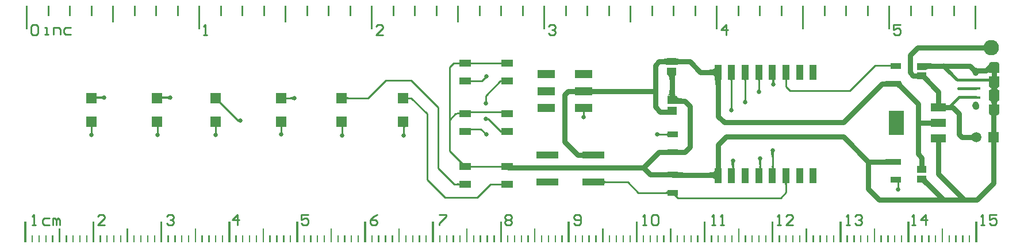
<source format=gtl>
%FSTAX23Y23*%
%MOIN*%
%SFA1B1*%

%IPPOS*%
%ADD10C,0.010000*%
%ADD18R,0.061020X0.059060*%
%ADD19R,0.053150X0.015750*%
%ADD20R,0.088000X0.048000*%
%ADD21R,0.086610X0.141730*%
%ADD22R,0.061020X0.035430*%
%ADD23R,0.053150X0.043310*%
%ADD24R,0.125980X0.039370*%
%ADD25R,0.057090X0.051180*%
%ADD26R,0.039370X0.088580*%
%ADD27R,0.059060X0.059060*%
%ADD28R,0.066930X0.043310*%
%ADD29R,0.098430X0.047240*%
%ADD30R,0.061020X0.047240*%
%ADD31C,0.015000*%
%ADD51C,0.030000*%
%ADD52O,0.061020X0.035430*%
%ADD53O,0.037400X0.049210*%
%ADD54R,0.059060X0.059060*%
%ADD55C,0.059060*%
%ADD56C,0.025000*%
%ADD57C,0.090000*%
%LNpcb3-g-1*%
%LPD*%
G36*
X04525Y03855D02*
X04514D01*
Y03915*
X04525*
Y03855*
G37*
G36*
X04275D02*
X04264D01*
Y03915*
X04275*
Y03855*
G37*
G36*
X0415D02*
X04139D01*
Y03915*
X0415*
Y03855*
G37*
G36*
X04025D02*
X04014D01*
Y03915*
X04025*
Y03855*
G37*
G36*
X03775D02*
X03764D01*
Y03915*
X03775*
Y03855*
G37*
G36*
X0365D02*
X03639D01*
Y03915*
X0365*
Y03855*
G37*
G36*
X03525D02*
X03514D01*
Y03915*
X03525*
Y03855*
G37*
G36*
X03275D02*
X03264D01*
Y03915*
X03275*
Y03855*
G37*
G36*
X0315D02*
X03139D01*
Y03915*
X0315*
Y03855*
G37*
G36*
X03025D02*
X03014D01*
Y03915*
X03025*
Y03855*
G37*
G36*
X02775D02*
X02764D01*
Y03915*
X02775*
Y03855*
G37*
G36*
X0265D02*
X02639D01*
Y03915*
X0265*
Y03855*
G37*
G36*
X02525D02*
X02514D01*
Y03915*
X02525*
Y03855*
G37*
G36*
X02275D02*
X02264D01*
Y03915*
X02275*
Y03855*
G37*
G36*
X0215D02*
X02139D01*
Y03915*
X0215*
Y03855*
G37*
G36*
X02025D02*
X02014D01*
Y03915*
X02025*
Y03855*
G37*
G36*
X01775D02*
X01764D01*
Y03915*
X01775*
Y03855*
G37*
G36*
X0165D02*
X01639D01*
Y03915*
X0165*
Y03855*
G37*
G36*
X01525D02*
X01514D01*
Y03915*
X01525*
Y03855*
G37*
G36*
X039Y03816D02*
X03889D01*
Y03915*
X039*
Y03816*
G37*
G36*
X029D02*
X02889D01*
Y03915*
X029*
Y03816*
G37*
G36*
X019D02*
X01889D01*
Y03915*
X019*
Y03816*
G37*
G36*
X044Y03777D02*
X04389D01*
Y03915*
X044*
Y03777*
G37*
G36*
X034D02*
X03389D01*
Y03915*
X034*
Y03777*
G37*
G36*
X024D02*
X02389D01*
Y03915*
X024*
Y03777*
G37*
G36*
X014D02*
X01389D01*
Y03915*
X014*
Y03777*
G37*
G36*
X04146Y0357D02*
X04146Y03571D01*
X04146Y03571*
X04145Y03572*
X04145Y03573*
X04144Y03573*
X04143Y03574*
X04141Y03574*
X0414Y03574*
X04138Y03575*
X04136Y03575*
Y03585*
X04138Y03585*
X0414Y03585*
X04141Y03585*
X04143Y03585*
X04144Y03586*
X04145Y03586*
X04145Y03587*
X04146Y03588*
X04146Y03589*
X04146Y0359*
Y0357*
G37*
G36*
X03967Y03589D02*
X03967Y03588D01*
X03968Y03587*
X03968Y03586*
X03969Y03586*
X0397Y03585*
X03972Y03585*
X03973Y03585*
X03975Y03585*
X03977Y03585*
Y03575*
X03975Y03575*
X03973Y03574*
X03972Y03574*
X0397Y03574*
X03969Y03573*
X03968Y03573*
X03968Y03572*
X03967Y03571*
X03967Y03571*
X03967Y0357*
Y0359*
X03967Y03589*
G37*
G36*
X039Y0357D02*
X039Y03571D01*
X039Y03571*
X03899Y03572*
X03899Y03573*
X03898Y03573*
X03897Y03574*
X03895Y03574*
X03894Y03574*
X03892Y03575*
X0389Y03575*
Y03585*
X03892Y03585*
X03894Y03585*
X03895Y03585*
X03897Y03585*
X03898Y03586*
X03899Y03586*
X03899Y03587*
X039Y03588*
X039Y03589*
X039Y0359*
Y0357*
G37*
G36*
X01797Y03391D02*
X01797Y0339D01*
X01798Y03389*
X01798Y03388*
X01799Y03388*
X018Y03387*
X01802Y03387*
X01803Y03387*
X01805Y03387*
X01806Y03387*
X01807*
X01825Y03388*
X01827Y03388*
X01829Y03389*
X0183Y03389*
X01831Y0339*
Y03373*
X0183Y03374*
X01829Y03374*
X01827Y03375*
X01825Y03375*
X01822Y03376*
X01815Y03376*
X01805Y03376*
X01803Y03376*
X01802Y03376*
X018Y03376*
X01799Y03375*
X01798Y03375*
X01798Y03374*
X01797Y03373*
X01797Y03372*
X01797Y03372*
Y03392*
X01797Y03391*
G37*
G36*
X02176Y0339D02*
X02176Y03389D01*
X02177Y03388*
X02177Y03387*
X02178Y03387*
X02179Y03386*
X02181Y03386*
X02182Y03386*
X02184Y03386*
X02186Y03386*
X0219Y03386*
X02208Y03387*
X0221Y03387*
X02212Y03388*
X02213Y03388*
X02214Y03389*
Y03372*
X02213Y03373*
X02212Y03373*
X0221Y03374*
X02208Y03374*
X02205Y03375*
X02198Y03375*
X02185Y03375*
X02184Y03375*
X02182Y03375*
X02181Y03375*
X02179Y03375*
X02178Y03374*
X02177Y03374*
X02177Y03373*
X02176Y03372*
X02176Y03371*
X02176Y03371*
Y03391*
X02176Y0339*
G37*
G36*
X03247Y03387D02*
X03247Y03387D01*
X03248Y03386*
X03248Y03385*
X03249Y03385*
X0325Y03384*
X03252Y03384*
X03253Y03384*
X03255Y03383*
X03257Y03383*
Y03373*
X03255Y03373*
X03253Y03373*
X03252Y03373*
X0325Y03373*
X03249Y03372*
X03248Y03372*
X03248Y03371*
X03247Y0337*
X03247Y03369*
X03247Y03368*
Y03388*
X03247Y03387*
G37*
G36*
X02896Y03386D02*
X02896Y03385D01*
X02897Y03384*
X02897Y03383*
X02898Y03383*
X02899Y03382*
X02901Y03382*
X02902Y03382*
X02904Y03382*
X02906Y03382*
X02911Y03382*
X02929Y03383*
X02931Y03383*
X02933Y03384*
X02934Y03384*
X02935Y03385*
Y03368*
X02934Y03369*
X02933Y03369*
X02931Y0337*
X02929Y0337*
X02926Y03371*
X02919Y03371*
X02906Y03372*
X02904Y03371*
X02902Y03371*
X02901Y03371*
X02899Y03371*
X02898Y0337*
X02897Y0337*
X02897Y03369*
X02896Y03368*
X02896Y03367*
X02896Y03367*
Y03387*
X02896Y03386*
G37*
G36*
X02515Y03362D02*
X02515Y03361D01*
X02515Y0336*
X02515Y03359*
X02516Y03358*
X02517Y03356*
X02518Y03355*
X02519Y03353*
X02523Y03349*
X02516Y03342*
X02514Y03344*
X0251Y03347*
X02509Y03348*
X02507Y03349*
X02506Y0335*
X02505Y0335*
X02503Y0335*
X02503Y0335*
X02502Y03349*
X02516Y03363*
X02515Y03362*
G37*
G36*
X03913Y03008D02*
X03915Y03007D01*
X03916Y03006*
X03918Y03005*
X03919Y03004*
X0392Y03004*
X03922Y03003*
X03923Y03003*
X03925Y03002*
X03926Y03002*
X039*
X03901Y03002*
X03902Y03003*
X03902Y03003*
X03902Y03004*
X03902Y03004*
X03902Y03005*
X03901Y03006*
X039Y03007*
X03899Y03008*
X03898Y03009*
X03912*
X03913Y03008*
G37*
G36*
X039Y02869D02*
X039Y02869D01*
X039Y0287*
X03899Y02871*
X03899Y02872*
X03898Y02872*
X03897Y02873*
X03895Y02873*
X03894Y02873*
X03892Y02873*
X0389Y02874*
Y02884*
X03892Y02884*
X03894Y02884*
X03895Y02884*
X03897Y02884*
X03898Y02885*
X03899Y02885*
X03899Y02886*
X039Y02887*
X039Y02888*
X039Y02889*
Y02869*
G37*
G36*
X04542Y02542D02*
X0453D01*
Y02661*
X04542*
Y02542*
G37*
G36*
X04501D02*
X04493D01*
Y02582*
X04501*
Y02542*
G37*
G36*
X04461D02*
X04454D01*
Y02582*
X04461*
Y02542*
G37*
G36*
X04422D02*
X04414D01*
Y02582*
X04422*
Y02542*
G37*
G36*
X04383D02*
X04375D01*
Y02582*
X04383*
Y02542*
G37*
G36*
X04343D02*
X04335D01*
Y02621*
X04343*
Y02542*
G37*
G36*
X04304D02*
X04296D01*
Y02582*
X04304*
Y02542*
G37*
G36*
X04265D02*
X04257D01*
Y02582*
X04265*
Y02542*
G37*
G36*
X04225D02*
X04217D01*
Y02582*
X04225*
Y02542*
G37*
G36*
X04186D02*
X04178D01*
Y02582*
X04186*
Y02542*
G37*
G36*
X04148D02*
X04137D01*
Y02661*
X04148*
Y02542*
G37*
G36*
X04107D02*
X04099D01*
Y02582*
X04107*
Y02542*
G37*
G36*
X04068D02*
X0406D01*
Y02582*
X04068*
Y02542*
G37*
G36*
X04028D02*
X0402D01*
Y02582*
X04028*
Y02542*
G37*
G36*
X03989D02*
X03981D01*
Y02582*
X03989*
Y02542*
G37*
G36*
X0395D02*
X03942D01*
Y02621*
X0395*
Y02542*
G37*
G36*
X0391D02*
X03902D01*
Y02582*
X0391*
Y02542*
G37*
G36*
X03871D02*
X03863D01*
Y02582*
X03871*
Y02542*
G37*
G36*
X03831D02*
X03824D01*
Y02582*
X03831*
Y02542*
G37*
G36*
X03792D02*
X03784D01*
Y02582*
X03792*
Y02542*
G37*
G36*
X03755D02*
X03743D01*
Y02661*
X03755*
Y02542*
G37*
G36*
X03713D02*
X03705D01*
Y02582*
X03713*
Y02542*
G37*
G36*
X03674D02*
X03666D01*
Y02582*
X03674*
Y02542*
G37*
G36*
X03635D02*
X03627D01*
Y02582*
X03635*
Y02542*
G37*
G36*
X03595D02*
X03587D01*
Y02582*
X03595*
Y02542*
G37*
G36*
X03556D02*
X03548D01*
Y02621*
X03556*
Y02542*
G37*
G36*
X03517D02*
X03509D01*
Y02582*
X03517*
Y02542*
G37*
G36*
X03477D02*
X03469D01*
Y02582*
X03477*
Y02542*
G37*
G36*
X03438D02*
X0343D01*
Y02582*
X03438*
Y02542*
G37*
G36*
X03398D02*
X03391D01*
Y02582*
X03398*
Y02542*
G37*
G36*
X03361D02*
X03349D01*
Y02661*
X03361*
Y02542*
G37*
G36*
X0332D02*
X03312D01*
Y02582*
X0332*
Y02542*
G37*
G36*
X0328D02*
X03272D01*
Y02582*
X0328*
Y02542*
G37*
G36*
X03241D02*
X03233D01*
Y02582*
X03241*
Y02542*
G37*
G36*
X03202D02*
X03194D01*
Y02582*
X03202*
Y02542*
G37*
G36*
X03162D02*
X03154D01*
Y02621*
X03162*
Y02542*
G37*
G36*
X03123D02*
X03115D01*
Y02582*
X03123*
Y02542*
G37*
G36*
X03083D02*
X03076D01*
Y02582*
X03083*
Y02542*
G37*
G36*
X03044D02*
X03036D01*
Y02582*
X03044*
Y02542*
G37*
G36*
X03005D02*
X02997D01*
Y02582*
X03005*
Y02542*
G37*
G36*
X02967D02*
X02955D01*
Y02661*
X02967*
Y02542*
G37*
G36*
X02926D02*
X02918D01*
Y02582*
X02926*
Y02542*
G37*
G36*
X02887D02*
X02879D01*
Y02582*
X02887*
Y02542*
G37*
G36*
X02847D02*
X02839D01*
Y02582*
X02847*
Y02542*
G37*
G36*
X02808D02*
X028D01*
Y02582*
X02808*
Y02542*
G37*
G36*
X02768D02*
X02761D01*
Y02621*
X02768*
Y02542*
G37*
G36*
X02729D02*
X02721D01*
Y02582*
X02729*
Y02542*
G37*
G36*
X0269D02*
X02682D01*
Y02582*
X0269*
Y02542*
G37*
G36*
X0265D02*
X02643D01*
Y02582*
X0265*
Y02542*
G37*
G36*
X02611D02*
X02603D01*
Y02582*
X02611*
Y02542*
G37*
G36*
X02574D02*
X02562D01*
Y02661*
X02574*
Y02542*
G37*
G36*
X02532D02*
X02524D01*
Y02582*
X02532*
Y02542*
G37*
G36*
X02493D02*
X02485D01*
Y02582*
X02493*
Y02542*
G37*
G36*
X02454D02*
X02446D01*
Y02582*
X02454*
Y02542*
G37*
G36*
X02414D02*
X02406D01*
Y02582*
X02414*
Y02542*
G37*
G36*
X02375D02*
X02367D01*
Y02621*
X02375*
Y02542*
G37*
G36*
X02335D02*
X02328D01*
Y02582*
X02335*
Y02542*
G37*
G36*
X02296D02*
X02288D01*
Y02582*
X02296*
Y02542*
G37*
G36*
X02257D02*
X02249D01*
Y02582*
X02257*
Y02542*
G37*
G36*
X02217D02*
X02209D01*
Y02582*
X02217*
Y02542*
G37*
G36*
X0218D02*
X02168D01*
Y02661*
X0218*
Y02542*
G37*
G36*
X02139D02*
X02131D01*
Y02582*
X02139*
Y02542*
G37*
G36*
X02099D02*
X02091D01*
Y02582*
X02099*
Y02542*
G37*
G36*
X0206D02*
X02052D01*
Y02582*
X0206*
Y02542*
G37*
G36*
X0202D02*
X02013D01*
Y02582*
X0202*
Y02542*
G37*
G36*
X01981D02*
X01973D01*
Y02621*
X01981*
Y02542*
G37*
G36*
X01942D02*
X01934D01*
Y02582*
X01942*
Y02542*
G37*
G36*
X01902D02*
X01894D01*
Y02582*
X01902*
Y02542*
G37*
G36*
X01863D02*
X01855D01*
Y02582*
X01863*
Y02542*
G37*
G36*
X01824D02*
X01816D01*
Y02582*
X01824*
Y02542*
G37*
G36*
X01786D02*
X01786D01*
Y02542*
X01774*
Y0266*
X01774*
Y02661*
X01786*
Y02542*
G37*
G36*
X01745Y02542D02*
X01737D01*
Y02582*
X01745*
Y02542*
G37*
G36*
X01705D02*
X01697D01*
Y02582*
X01705*
Y02542*
G37*
G36*
X01666D02*
X01658D01*
Y02582*
X01666*
Y02542*
G37*
G36*
X01627D02*
X01619D01*
Y02582*
X01627*
Y02542*
G37*
G36*
X01587D02*
X01579D01*
Y02621*
X01587*
Y02542*
G37*
G36*
X01548D02*
X0154D01*
Y02582*
X01548*
Y02542*
G37*
G36*
X01508D02*
X01501D01*
Y02582*
X01508*
Y02542*
G37*
G36*
X01469D02*
X01461D01*
Y02582*
X01469*
Y02542*
G37*
G36*
X0143D02*
X01422D01*
Y02582*
X0143*
Y02542*
G37*
G36*
X01392D02*
X0138D01*
Y0266*
X01392*
Y02542*
G37*
G36*
X06775Y03855D02*
X06764D01*
Y03915*
X06775*
Y03855*
G37*
G36*
X0665D02*
X06639D01*
Y03915*
X0665*
Y03855*
G37*
G36*
X06525D02*
X06514D01*
Y03915*
X06525*
Y03855*
G37*
G36*
X06275D02*
X06264D01*
Y03915*
X06275*
Y03855*
G37*
G36*
X0615D02*
X06139D01*
Y03915*
X0615*
Y03855*
G37*
G36*
X06025D02*
X06014D01*
Y03915*
X06025*
Y03855*
G37*
G36*
X05775D02*
X05764D01*
Y03915*
X05775*
Y03855*
G37*
G36*
X0565D02*
X05639D01*
Y03915*
X0565*
Y03855*
G37*
G36*
X05525D02*
X05514D01*
Y03915*
X05525*
Y03855*
G37*
G36*
X05275D02*
X05264D01*
Y03915*
X05275*
Y03855*
G37*
G36*
X0515D02*
X05139D01*
Y03915*
X0515*
Y03855*
G37*
G36*
X05025D02*
X05014D01*
Y03915*
X05025*
Y03855*
G37*
G36*
X04775D02*
X04764D01*
Y03915*
X04775*
Y03855*
G37*
G36*
X0465D02*
X04639D01*
Y03915*
X0465*
Y03855*
G37*
G36*
X049Y03816D02*
X04889D01*
Y03915*
X049*
Y03816*
G37*
G36*
X069Y03777D02*
X06889D01*
Y03915*
X069*
Y03777*
G37*
G36*
X064Y03816D02*
Y03777D01*
X06389*
Y03816*
Y03915*
X064*
Y03816*
G37*
G36*
X059D02*
Y03777D01*
X05889*
Y03816*
Y03915*
X059*
Y03816*
G37*
G36*
X054Y03777D02*
X05389D01*
Y03915*
X054*
Y03777*
G37*
G36*
X05159Y0361D02*
X0516Y03609D01*
X05162Y03608*
X05164Y03607*
X05167Y03606*
X0517Y03606*
X05174Y03605*
X05183Y03605*
X05189Y03605*
Y03575*
X05183Y03575*
X0517Y03574*
X05167Y03573*
X05164Y03572*
X05162Y03571*
X0516Y0357*
X05159Y03569*
X05159Y03568*
Y03611*
X05159Y0361*
G37*
G36*
X05106Y03568D02*
X05106Y03569D01*
X05105Y0357*
X05103Y03571*
X05101Y03572*
X05099Y03573*
X05095Y03574*
X05091Y03574*
X05082Y03575*
X05076Y03575*
Y03605*
X05082Y03605*
X05095Y03606*
X05099Y03606*
X05101Y03607*
X05103Y03608*
X05105Y03609*
X05106Y0361*
X05106Y03611*
Y03568*
G37*
G36*
X06609Y03582D02*
X0661Y03581D01*
X06612Y03581*
X06614Y03581*
X06616Y0358*
X06624Y0358*
X06639Y0358*
Y0355*
X06633Y03549*
X06624Y03549*
X0662Y03548*
X06616Y03547*
X06614Y03546*
X06612Y03545*
X0661Y03543*
X06609Y03541*
X06609Y0354*
Y03583*
X06609Y03582*
G37*
G36*
X05382Y03499D02*
X05381Y03502D01*
X05381Y03504*
X05379Y03507*
X05377Y03508*
X05374Y0351*
X05371Y03511*
X05367Y03513*
X05363Y03513*
X05357Y03514*
X05352Y03514*
Y03544*
X05357Y03544*
X05363Y03544*
X05367Y03545*
X05371Y03546*
X05374Y03548*
X05377Y03549*
X05379Y03551*
X05381Y03553*
X05381Y03556*
X05382Y03559*
Y03499*
G37*
G36*
X05157Y03513D02*
X05155Y03512D01*
X05154Y0351*
X05152Y03508*
X05151Y03505*
X0515Y03502*
X05149Y03498*
X05149Y03494*
X05149Y03489*
X05149Y03483*
X05119*
X05118Y03489*
X05117Y03498*
X05117Y03502*
X05115Y03505*
X05114Y03508*
X05112Y0351*
X05111Y03512*
X05108Y03513*
X05106Y03513*
X05159*
X05157Y03513*
G37*
G36*
X06717Y03574D02*
X06718Y03574D01*
X06719Y03573*
X06762Y0355*
X06757Y03549*
X06752Y03549*
X06748Y03549*
X06745Y03548*
X06742Y03547*
X06742Y03547*
X06792Y0349*
X06781Y03479*
X06697Y03553*
X06707Y03564*
X06707Y03565*
Y0358*
X06717Y03574*
G37*
G36*
X0687Y03477D02*
X0687Y03477D01*
X06869Y03477*
X06867Y03477*
X06855Y03477*
Y03492*
X0687Y03492*
Y03477*
G37*
G36*
X05649Y03485D02*
X05648Y03484D01*
X05647Y03484*
X05646Y03483*
X05646Y03482*
X05645Y03481*
X05645Y0348*
X05645Y03478*
X05645Y03477*
X05645Y03475*
X05635*
X05634Y03477*
X05634Y03478*
X05634Y0348*
X05634Y03481*
X05633Y03482*
X05633Y03483*
X05632Y03484*
X05631Y03484*
X0563Y03485*
X0563Y03485*
X0565*
X05649Y03485*
G37*
G36*
X05569D02*
X05568Y03484D01*
X05567Y03484*
X05566Y03483*
X05566Y03482*
X05565Y03481*
X05565Y0348*
X05565Y03478*
X05565Y03477*
X05565Y03475*
X05555*
X05554Y03477*
X05554Y03478*
X05554Y0348*
X05554Y03481*
X05553Y03482*
X05553Y03483*
X05552Y03484*
X05551Y03484*
X0555Y03485*
X0555Y03485*
X0557*
X05569Y03485*
G37*
G36*
X05489D02*
X05488Y03484D01*
X05487Y03484*
X05486Y03483*
X05486Y03482*
X05485Y03481*
X05485Y0348*
X05485Y03478*
X05485Y03477*
X05485Y03475*
X05475*
X05474Y03477*
X05474Y03478*
X05474Y0348*
X05474Y03481*
X05473Y03482*
X05473Y03483*
X05472Y03484*
X05471Y03484*
X0547Y03485*
X0547Y03485*
X0549*
X05489Y03485*
G37*
G36*
X05726Y03491D02*
X05726Y03485D01*
X05731*
X0573Y03485*
X05729Y03484*
X05728Y03484*
X05727Y03483*
X05727Y03482*
X05726Y03481*
X05726Y03481*
X05727Y03473*
X05727Y03471*
X05728Y03469*
X05728Y03468*
X05729Y03467*
X05712*
X05713Y03468*
X05713Y03469*
X05714Y03471*
X05714Y03473*
X05715Y03476*
X05715Y0348*
X05715Y03481*
X05714Y03482*
X05714Y03483*
X05713Y03484*
X05712Y03484*
X05711Y03485*
X05711Y03485*
X05715*
X05716Y03496*
X05726*
X05726Y03491*
G37*
G36*
X0542Y03484D02*
X05419Y03484D01*
X05419Y03482*
X05418Y0348*
X05417Y03477*
X05417Y03474*
X05416Y03466*
X05416Y03455*
X05386*
X05386Y0346*
X05385Y03477*
X05385Y0348*
X05384Y03482*
X05383Y03484*
X05383Y03484*
X05382Y03485*
X05421*
X0542Y03484*
G37*
G36*
X06402Y03443D02*
X06402Y03444D01*
X06401Y03444*
X06399Y03444*
X06397Y03445*
X06395Y03445*
X06383Y03446*
X06372Y03446*
Y03476*
X06378Y03476*
X06399Y03477*
X06401Y03477*
X06402Y03478*
X06402Y03478*
Y03443*
G37*
G36*
X0687Y03425D02*
X0687Y03425D01*
X06869Y03425*
X06867Y03426*
X06855Y03426*
Y03441*
X0687Y03441*
Y03425*
G37*
G36*
X06463Y03475D02*
X06464Y03472D01*
X06465Y03469*
X06466Y03466*
X06468Y03462*
X06471Y03459*
X06473Y03455*
X0648Y03447*
X06484Y03443*
X06463Y03422*
X06457Y03428*
X06446Y03437*
X06441Y0344*
X06437Y03443*
X06433Y03444*
X06429Y03445*
X06426Y03445*
X06423Y03445*
X0642Y03443*
X06463Y03478*
X06463Y03475*
G37*
G36*
X05645Y03446D02*
X05646Y03428D01*
X05646Y03426*
X05647Y03424*
X05647Y03423*
X05648Y03422*
X05631*
X05632Y03423*
X05632Y03424*
X05633Y03426*
X05633Y03428*
X05634Y03431*
X05634Y03438*
X05635Y03451*
X05645*
X05645Y03446*
G37*
G36*
X07018Y03447D02*
X07018Y03443D01*
X07033*
X0703Y03443*
X07027Y03442*
X07025Y03441*
X07023Y03438*
X07021Y03436*
X0702Y03433*
X07021Y03431*
X07023Y03428*
X07025Y03426*
X07027Y03424*
X0703Y03423*
X07033Y03423*
X07018*
X07018Y03419*
X07018Y03413*
X06988*
X06987Y03419*
X06987Y03423*
X06973*
X06975Y03423*
X06978Y03424*
X0698Y03426*
X06982Y03428*
X06984Y03431*
X06985Y03433*
X06984Y03436*
X06982Y03438*
X0698Y03441*
X06978Y03442*
X06975Y03443*
X06973Y03443*
X06987*
X06987Y03447*
X06988Y03453*
X07018*
X07018Y03447*
G37*
G36*
X05149Y03417D02*
X05149Y03412D01*
X0515Y03408*
X05151Y03404*
X05152Y03401*
X05154Y03398*
X05156Y03396*
X05158Y03394*
X0516Y03393*
X05163Y03393*
X05106*
X05108Y03393*
X05111Y03394*
X05112Y03396*
X05114Y03398*
X05115Y03401*
X05117Y03404*
X05117Y03408*
X05118Y03412*
X05118Y03417*
X05119Y03423*
X05149*
X05149Y03417*
G37*
G36*
X05565Y03387D02*
X05566Y03369D01*
X05566Y03367*
X05567Y03365*
X05567Y03364*
X05568Y03363*
X05551*
X05552Y03364*
X05552Y03365*
X05553Y03367*
X05553Y03369*
X05554Y03372*
X05554Y03379*
X05555Y03392*
X05565*
X05565Y03387*
G37*
G36*
X05163Y03389D02*
X05164Y03387D01*
X05166Y03384*
X05168Y03382*
X0517Y03381*
X05174Y03379*
X05178Y03378*
X05182Y03378*
X05187Y03377*
X05193Y03377*
Y03347*
X05187Y03347*
X0517Y03346*
X05168Y03345*
X05166Y03345*
X05164Y03344*
X05163Y03343*
X05163Y03342*
X05163Y03392*
X05163Y03389*
G37*
G36*
X0703Y03364D02*
X07027Y03363D01*
X07025Y03362*
X07023Y0336*
X07021Y03357*
X0702Y03354*
X07019Y0335*
X07018Y03345*
X07018Y0334*
X07018Y03334*
X06988*
X06987Y0334*
X06987Y03345*
X06986Y0335*
X06985Y03354*
X06984Y03357*
X06982Y0336*
X0698Y03362*
X06978Y03363*
X06975Y03364*
X06973Y03364*
X07033*
X0703Y03364*
G37*
G36*
X05485Y0334D02*
X05486Y03322D01*
X05486Y0332*
X05487Y03318*
X05487Y03317*
X05488Y03316*
X05471*
X05472Y03317*
X05472Y03318*
X05473Y0332*
X05473Y03322*
X05474Y03325*
X05474Y03332*
X05475Y03345*
X05485*
X05485Y0334*
G37*
G36*
X05057Y03174D02*
X05058Y03174D01*
X0506Y03173*
X05062Y03173*
X05065Y03172*
X05072Y03172*
X05085Y03172*
Y03162*
X0508Y03161*
X05062Y0316*
X0506Y0316*
X05058Y03159*
X05057Y03159*
X05056Y03158*
Y03175*
X05057Y03174*
G37*
G36*
X05107Y03157D02*
X05107Y03157D01*
X05107Y03158*
X05106Y03159*
X05106Y0316*
X05105Y0316*
X05104Y03161*
X05102Y03161*
X05101Y03161*
X05099Y03161*
X05097Y03162*
Y03172*
X05099Y03172*
X05101Y03172*
X05102Y03172*
X05104Y03172*
X05105Y03173*
X05106Y03173*
X05106Y03174*
X05107Y03175*
X05107Y03176*
X05107Y03177*
Y03157*
G37*
G36*
X05724Y03062D02*
X05724Y03061D01*
X05723Y03059*
X05723Y03057*
X05722Y03054*
X05722Y03047*
X05722Y03034*
X05712*
X05711Y03039*
X0571Y03057*
X0571Y03059*
X05709Y03061*
X05709Y03062*
X05708Y03063*
X05725*
X05724Y03062*
G37*
G36*
X06402Y02991D02*
X06402Y02992D01*
X06401Y02992*
X06399Y02993*
X06397Y02993*
X06395Y02993*
X06383Y02994*
X06372Y02994*
Y03024*
X06378Y03024*
X06399Y03025*
X06401Y03026*
X06402Y03026*
X06402Y03026*
Y02991*
G37*
G36*
X05653Y03017D02*
X05653Y03016D01*
X05652Y03014*
X05652Y03012*
X05651Y03009*
X05651Y03002*
X05651Y02989*
X05641*
X0564Y02994*
X05639Y03012*
X05639Y03014*
X05638Y03016*
X05638Y03017*
X05637Y03018*
X05654*
X05653Y03017*
G37*
G36*
X05722Y02981D02*
X05722Y02979D01*
X05722Y02978*
X05722Y02976*
X05723Y02975*
X05723Y02974*
X05724Y02973*
X05725Y02973*
X05726Y02973*
X05727Y02973*
X05707*
X05707Y02973*
X05708Y02973*
X05709Y02973*
X0571Y02974*
X0571Y02975*
X05711Y02976*
X05711Y02978*
X05711Y02979*
X05711Y02981*
X05712Y02983*
X05722*
X05722Y02981*
G37*
G36*
X05651D02*
X05651Y02979D01*
X05651Y02978*
X05651Y02976*
X05652Y02975*
X05652Y02974*
X05653Y02973*
X05654Y02973*
X05655Y02973*
X05656Y02973*
X05636*
X05636Y02973*
X05637Y02973*
X05638Y02973*
X05639Y02974*
X05639Y02975*
X0564Y02976*
X0564Y02978*
X0564Y02979*
X0564Y02981*
X05641Y02983*
X05651*
X05651Y02981*
G37*
G36*
X05494Y03003D02*
X05494Y03002D01*
X05493Y03*
X05493Y02998*
X05492Y02995*
X05492Y02988*
X05492Y0298*
X05492Y02979*
X05492Y02978*
X05492Y02976*
X05493Y02975*
X05493Y02974*
X05494Y02973*
X05495Y02973*
X05496Y02973*
X05497Y02973*
X05477*
X05477Y02973*
X05478Y02973*
X05479Y02973*
X0548Y02974*
X0548Y02975*
X05481Y02976*
X05481Y02978*
X05481Y02979*
X05481Y0298*
X0548Y02998*
X0548Y03*
X05479Y03002*
X05479Y03003*
X05478Y03004*
X05495*
X05494Y03003*
G37*
G36*
X05168Y0295D02*
X05169Y02949D01*
X05171Y02949*
X05173Y02948*
X05175Y02947*
X05179Y02947*
X05187Y02946*
X05198Y02946*
Y02916*
X05168Y02916*
Y02951*
X05168Y0295*
G37*
G36*
X05382Y02901D02*
X05381Y02904D01*
X05381Y02906*
X05379Y02909*
X05377Y02911*
X05374Y02912*
X05371Y02914*
X05367Y02915*
X05363Y02915*
X05357Y02916*
X05352Y02916*
Y02946*
X05357Y02946*
X05363Y02947*
X05367Y02947*
X05371Y02948*
X05374Y0295*
X05377Y02951*
X05379Y02953*
X05381Y02956*
X05381Y02958*
X05382Y02961*
Y02901*
G37*
G36*
X04743Y02899D02*
X04744Y02898D01*
X04744Y02897*
X04745Y02897*
X04746Y02896*
X04747Y02896*
X04748Y02895*
X0475Y02895*
X04751Y02895*
X04753Y02895*
Y02885*
X04751Y02885*
X0475Y02885*
X04748Y02884*
X04747Y02884*
X04746Y02884*
X04745Y02883*
X04744Y02882*
X04744Y02882*
X04743Y02881*
X04743Y0288*
Y029*
X04743Y02899*
G37*
G36*
X05804Y02884D02*
X05803Y02884D01*
X05802Y02884*
X05802Y02883*
X05801Y02882*
X05801Y02881*
X058Y02879*
X058Y02878*
X058Y02876*
X058Y02874*
X0579*
X0579Y02876*
X0579Y02878*
X0579Y02879*
X05789Y02881*
X05789Y02882*
X05788Y02883*
X05788Y02884*
X05787Y02884*
X05786Y02884*
X05785Y02884*
X05805*
X05804Y02884*
G37*
G36*
X06607Y02927D02*
X06606Y02924D01*
X06606Y02921*
X06607Y02918*
X06609Y02914*
X06611Y02909*
X06615Y02904*
X06619Y02899*
X0663Y02887*
X06609Y02866*
X06603Y02872*
X06592Y02881*
X06587Y02884*
X06582Y02887*
X06578Y02889*
X06575Y0289*
X06572Y0289*
X06569Y02889*
X06567Y02887*
X06609Y02929*
X06607Y02927*
G37*
G36*
X05107Y02819D02*
X05107Y0282D01*
X05107Y02821*
X05106Y02822*
X05106Y02823*
X05105Y02823*
X05104Y02824*
X05102Y02824*
X05101Y02824*
X05099Y02824*
X05097Y02824*
Y02834*
X05099Y02834*
X05101Y02835*
X05102Y02835*
X05104Y02835*
X05105Y02836*
X05106Y02836*
X05106Y02837*
X05107Y02838*
X05107Y02838*
X05107Y02839*
Y02819*
G37*
G36*
X05168Y02812D02*
X05167Y02812D01*
X05166Y02811*
X05166Y02811*
X05165Y02811*
X05165Y0281*
X05166Y02809*
X05166Y02808*
X05167Y02807*
X05168Y02806*
X05169Y02805*
X05155*
X05154Y02806*
X05152Y02807*
X05151Y02808*
X05149Y02809*
X05148Y0281*
X05147Y02811*
X05145Y02811*
X05144Y02812*
X05142Y02812*
X05141Y02812*
X05168Y02812*
G37*
G36*
X06904Y02542D02*
X06893D01*
Y02661*
X06904*
Y02542*
G37*
G36*
X06863D02*
X06855D01*
Y02582*
X06863*
Y02542*
G37*
G36*
X06824D02*
X06816D01*
Y02582*
X06824*
Y02542*
G37*
G36*
X06784D02*
X06776D01*
Y02582*
X06784*
Y02542*
G37*
G36*
X06745D02*
X06737D01*
Y02582*
X06745*
Y02542*
G37*
G36*
X06705D02*
X06698D01*
Y02621*
X06705*
Y02542*
G37*
G36*
X06666D02*
X06658D01*
Y02582*
X06666*
Y02542*
G37*
G36*
X06627D02*
X06619D01*
Y02582*
X06627*
Y02542*
G37*
G36*
X06587D02*
X0658D01*
Y02582*
X06587*
Y02542*
G37*
G36*
X06548D02*
X0654D01*
Y02582*
X06548*
Y02542*
G37*
G36*
X06511D02*
X06499D01*
Y02661*
X06511*
Y02542*
G37*
G36*
X06469D02*
X06461D01*
Y02582*
X06469*
Y02542*
G37*
G36*
X0643D02*
X06422D01*
Y02582*
X0643*
Y02542*
G37*
G36*
X06391D02*
X06383D01*
Y02582*
X06391*
Y02542*
G37*
G36*
X06351D02*
X06343D01*
Y02582*
X06351*
Y02542*
G37*
G36*
X06312D02*
X06304D01*
Y02621*
X06312*
Y02542*
G37*
G36*
X06272D02*
X06265D01*
Y02582*
X06272*
Y02542*
G37*
G36*
X06233D02*
X06225D01*
Y02582*
X06233*
Y02542*
G37*
G36*
X06194D02*
X06186D01*
Y02582*
X06194*
Y02542*
G37*
G36*
X06154D02*
X06146D01*
Y02582*
X06154*
Y02542*
G37*
G36*
X06117D02*
X06105D01*
Y02661*
X06117*
Y02542*
G37*
G36*
X06076D02*
X06068D01*
Y02582*
X06076*
Y02542*
G37*
G36*
X06036D02*
X06028D01*
Y02582*
X06036*
Y02542*
G37*
G36*
X05997D02*
X05989D01*
Y02582*
X05997*
Y02542*
G37*
G36*
X05957D02*
X0595D01*
Y02582*
X05957*
Y02542*
G37*
G36*
X05918D02*
X0591D01*
Y02621*
X05918*
Y02542*
G37*
G36*
X05879D02*
X05871D01*
Y02582*
X05879*
Y02542*
G37*
G36*
X05839D02*
X05831D01*
Y02582*
X05839*
Y02542*
G37*
G36*
X058D02*
X05792D01*
Y02582*
X058*
Y02542*
G37*
G36*
X05761D02*
X05753D01*
Y02582*
X05761*
Y02542*
G37*
G36*
X05723D02*
X05711D01*
Y02661*
X05723*
Y02542*
G37*
G36*
X05682D02*
X05674D01*
Y02582*
X05682*
Y02542*
G37*
G36*
X05643D02*
X05635D01*
Y02582*
X05643*
Y02542*
G37*
G36*
X05603D02*
X05595D01*
Y02582*
X05603*
Y02542*
G37*
G36*
X05564D02*
X05556D01*
Y02582*
X05564*
Y02542*
G37*
G36*
X05524D02*
X05517D01*
Y02621*
X05524*
Y02542*
G37*
G36*
X05485D02*
X05477D01*
Y02582*
X05485*
Y02542*
G37*
G36*
X05446D02*
X05438D01*
Y02582*
X05446*
Y02542*
G37*
G36*
X05406D02*
X05398D01*
Y02582*
X05406*
Y02542*
G37*
G36*
X05367D02*
X05359D01*
Y02582*
X05367*
Y02542*
G37*
G36*
X0533D02*
X05318D01*
Y02661*
X0533*
Y02542*
G37*
G36*
X05288D02*
X0528D01*
Y02582*
X05288*
Y02542*
G37*
G36*
X05249D02*
X05241D01*
Y02582*
X05249*
Y02542*
G37*
G36*
X05209D02*
X05202D01*
Y02582*
X05209*
Y02542*
G37*
G36*
X0517D02*
X05162D01*
Y02582*
X0517*
Y02542*
G37*
G36*
X05131D02*
X05123D01*
Y02621*
X05131*
Y02542*
G37*
G36*
X05091D02*
X05083D01*
Y02582*
X05091*
Y02542*
G37*
G36*
X05052D02*
X05044D01*
Y02582*
X05052*
Y02542*
G37*
G36*
X05013D02*
X05005D01*
Y02582*
X05013*
Y02542*
G37*
G36*
X04973D02*
X04965D01*
Y02582*
X04973*
Y02542*
G37*
G36*
X04936D02*
X04924D01*
Y02661*
X04936*
Y02542*
G37*
G36*
X04894D02*
X04887D01*
Y02582*
X04894*
Y02542*
G37*
G36*
X04855D02*
X04847D01*
Y02582*
X04855*
Y02542*
G37*
G36*
X04816D02*
X04808D01*
Y02582*
X04816*
Y02542*
G37*
G36*
X04776D02*
X04768D01*
Y02582*
X04776*
Y02542*
G37*
G36*
X04737D02*
X04729D01*
Y02621*
X04737*
Y02542*
G37*
G36*
X04698D02*
X0469D01*
Y02582*
X04698*
Y02542*
G37*
G36*
X04658D02*
X0465D01*
Y02582*
X04658*
Y02542*
G37*
G36*
X04619D02*
X04611D01*
Y02582*
X04619*
Y02542*
G37*
G36*
X0458D02*
X04572D01*
Y02582*
X0458*
Y02542*
G37*
G54D10*
X02617Y03248D02*
X02631D01*
X02487Y03378D02*
X02617Y03248D01*
X02141Y03236D02*
X02153Y03224D01*
Y03163D02*
Y03224D01*
X02141Y03236D02*
X02147Y03241D01*
X0177Y03227D02*
X01776Y03233D01*
X0177Y03163D02*
Y03227D01*
X03223Y0316D02*
Y03236D01*
X03218Y03241D02*
X03223Y03236D01*
X02867Y03169D02*
X0287Y03167D01*
X02867Y03169D02*
Y0324D01*
X02867Y03241D02*
X02867Y0324D01*
X02489Y03165D02*
Y03239D01*
X02487Y03241D02*
X02489Y03239D01*
X05633Y03524D02*
X0564Y03517D01*
X03577Y0324D02*
X03581Y03244D01*
X0358Y0321D02*
X03597Y03228D01*
X0358Y0316D02*
Y0321D01*
X03581Y03244D02*
X03597Y03228D01*
X0556Y03354D02*
Y03548D01*
X06431Y02904D02*
X06445Y0289D01*
X05713Y03525D02*
X05721Y03517D01*
X04031Y03477D02*
X04057Y03503D01*
X03934Y03477D02*
X04031D01*
X04054Y03346D02*
Y03391D01*
X0414Y03477*
X04026Y03198D02*
X04058Y03166D01*
X03947Y03198D02*
X04026D01*
X04056Y03259D02*
X04067D01*
X04141Y03184*
X03934D02*
X03947Y03198D01*
X04141Y03184D02*
X0418D01*
X06999Y03296D02*
X07003Y03329D01*
X06999Y03292D02*
X06999Y03296D01*
X04083Y02879D02*
X0418D01*
X04006Y02802D02*
X04083Y02879D01*
X03818Y02802D02*
X04006D01*
X03716Y02904D02*
X03818Y02802D01*
X03716Y02904D02*
Y03286D01*
X03623Y03378D02*
X03716Y03286D01*
X03576Y03378D02*
X03623D01*
X03621Y03481D02*
X03779Y03323D01*
Y02972D02*
Y03323D01*
Y02972D02*
X03872Y02879D01*
X04621Y03267D02*
Y0332D01*
X06445Y02849D02*
Y0289D01*
X06431Y02904D02*
X06433Y02905D01*
X03845Y0307D02*
Y03556D01*
X06582Y0291D02*
X06583Y02909D01*
X06311Y03567D02*
X06431D01*
X06166Y03422D02*
X06311Y03567D01*
X05817Y03422D02*
X06166D01*
X05795Y03443D02*
X05817Y03422D01*
X05795Y03443D02*
Y03529D01*
X03576Y03241D02*
X03577Y0324D01*
X01768Y03241D02*
X01776Y03233D01*
X05047Y03167D02*
X05137D01*
X05138Y03167*
X05487Y02935D02*
Y03014D01*
X0548Y02929D02*
X05487Y02935D01*
X03933Y03296D02*
X04179D01*
X03872Y02879D02*
X03934D01*
X03845Y0307D02*
X03934Y02981D01*
X03847Y03254D02*
X0388Y03287D01*
X03933Y03296*
X03869Y0358D02*
X03934D01*
X03845Y03556D02*
X03869Y0358D01*
X05764Y02799D02*
X05795Y0283D01*
X05168Y02799D02*
X05764D01*
X05138Y02829D02*
X05168Y02799D01*
X0548Y02929D02*
X05482Y02927D01*
X05646Y02937D02*
Y03028D01*
X05638Y02929D02*
X05646Y02937D01*
X05717Y02929D02*
Y03073D01*
X05716Y02929D02*
X05717Y02929D01*
X01771Y03382D02*
X01841D01*
X01768Y03378D02*
X01771Y03382D01*
X02149Y03381D02*
X02224D01*
X02147Y03378D02*
X02149Y03381D01*
X02868Y03377D02*
X02945D01*
X02867Y03378D02*
X02868Y03377D01*
X05721Y03458D02*
Y03517D01*
X0564Y03413D02*
Y03517D01*
X05633Y03524D02*
X05638Y03529D01*
X0548Y03307D02*
Y03528D01*
X0548Y03529*
X05713Y03525D02*
X05716Y03529D01*
X0414Y03477D02*
X0418D01*
X05795Y0283D02*
Y02929D01*
X03474Y03481D02*
X03621D01*
X03371Y03378D02*
X03474Y03481D01*
X03218Y03378D02*
X03371D01*
X04621Y03418D02*
X04673D01*
X03934Y02981D02*
X0418D01*
X03934Y0358D02*
X0418D01*
X04939Y02829D02*
X05138D01*
X04879Y0289D02*
X04939Y02829D01*
X0468Y0289D02*
X04879D01*
X01426Y02642D02*
X01446D01*
X01436*
Y02702*
X01426Y02692*
X01846Y02642D02*
X01806D01*
X01846Y02682*
Y02692*
X01836Y02702*
X01816*
X01806Y02692*
X02206D02*
X02216Y02702D01*
X02236*
X02246Y02692*
Y02682*
X02236Y02672*
X02226*
X02236*
X02246Y02662*
Y02652*
X02236Y02642*
X02216*
X02206Y02652*
X02616Y02642D02*
Y02702D01*
X02586Y02672*
X02626*
X03026Y02702D02*
X02986D01*
Y02672*
X03006Y02682*
X03016*
X03026Y02672*
Y02652*
X03016Y02642*
X02996*
X02986Y02652*
X03426Y02702D02*
X03406Y02692D01*
X03386Y02672*
Y02652*
X03396Y02642*
X03416*
X03426Y02652*
Y02662*
X03416Y02672*
X03386*
X03786Y02702D02*
X03826D01*
Y02692*
X03786Y02652*
Y02642*
X04166Y02692D02*
X04176Y02702D01*
X04196*
X04206Y02692*
Y02682*
X04196Y02672*
X04206Y02662*
Y02652*
X04196Y02642*
X04176*
X04166Y02652*
Y02662*
X04176Y02672*
X04166Y02682*
Y02692*
X04176Y02672D02*
X04196D01*
X04566Y02652D02*
X04576Y02642D01*
X04596*
X04606Y02652*
Y02692*
X04596Y02702*
X04576*
X04566Y02692*
Y02682*
X04576Y02672*
X04606*
X04966Y02642D02*
X04986D01*
X04976*
Y02702*
X04966Y02692*
X05016D02*
X05026Y02702D01*
X05046*
X05056Y02692*
Y02652*
X05046Y02642*
X05026*
X05016Y02652*
Y02692*
X05366Y02642D02*
X05386D01*
X05376*
Y02702*
X05366Y02692*
X05416Y02642D02*
X05436D01*
X05426*
Y02702*
X05416Y02692*
X05746Y02642D02*
X05766D01*
X05756*
Y02702*
X05746Y02692*
X05836Y02642D02*
X05796D01*
X05836Y02682*
Y02692*
X05826Y02702*
X05806*
X05796Y02692*
X06146Y02642D02*
X06166D01*
X06156*
Y02702*
X06146Y02692*
X06196D02*
X06206Y02702D01*
X06226*
X06236Y02692*
Y02682*
X06226Y02672*
X06216*
X06226*
X06236Y02662*
Y02652*
X06226Y02642*
X06206*
X06196Y02652*
X06526Y02642D02*
X06546D01*
X06536*
Y02702*
X06526Y02692*
X06606Y02642D02*
Y02702D01*
X06576Y02672*
X06616*
X06926Y02642D02*
X06946D01*
X06936*
Y02702*
X06926Y02692*
X07016Y02702D02*
X06976D01*
Y02672*
X06996Y02682*
X07006*
X07016Y02672*
Y02652*
X07006Y02642*
X06986*
X06976Y02652*
X01526Y02682D02*
X01496D01*
X01486Y02672*
Y02652*
X01496Y02642*
X01526*
X01546D02*
Y02682D01*
X01556*
X01566Y02672*
Y02642*
Y02672*
X01576Y02682*
X01586Y02672*
Y02642*
X0142Y03794D02*
X0143Y03804D01*
X01449*
X01459Y03794*
Y03755*
X01449Y03745*
X0143*
X0142Y03755*
Y03794*
X0242Y03745D02*
X02439D01*
X0243*
Y03804*
X0242Y03794*
X0442D02*
X0443Y03804D01*
X04449*
X04459Y03794*
Y03784*
X04449Y03774*
X04439*
X04449*
X04459Y03764*
Y03755*
X04449Y03745*
X0443*
X0442Y03755*
X03459Y03745D02*
X0342D01*
X03459Y03784*
Y03794*
X03449Y03804*
X0343*
X0342Y03794*
X06459Y03804D02*
X0642D01*
Y03774*
X06439Y03784*
X06449*
X06459Y03774*
Y03755*
X06449Y03745*
X0643*
X0642Y03755*
X05449Y03745D02*
Y03804D01*
X0542Y03774*
X05459*
X01498Y03748D02*
X01517D01*
X01508*
Y03787*
X01498*
X01547Y03748D02*
Y03787D01*
X01577*
X01587Y03777*
Y03748*
X01647Y03787D02*
X01617D01*
X01607Y03777*
Y03758*
X01617Y03748*
X01647*
G54D18*
X07003Y03473D03*
Y03394D03*
G54D19*
X06896Y03484D03*
Y03433D03*
Y03382D03*
G54D20*
X0668Y03143D03*
Y03234D03*
Y03325D03*
G54D21*
X06435Y03234D03*
G54D22*
X05138Y02829D03*
Y02934D03*
X06433Y03565D03*
Y03461D03*
Y03009D03*
Y02905D03*
X05138Y03167D03*
Y03063D03*
G54D23*
X06583Y02964D03*
Y02909D03*
Y03506D03*
Y03561D03*
X05133Y03535D03*
Y0359D03*
G54D24*
X0468Y0289D03*
X04413D03*
X0468Y03047D03*
X04413D03*
G54D25*
X05135Y03368D03*
Y03305D03*
G54D26*
X05401Y03529D03*
X0548D03*
X05559D03*
X05638D03*
X05716D03*
X05795D03*
X05874D03*
X05952D03*
Y02929D03*
X05874D03*
X05795D03*
X05716D03*
X05638D03*
X05559D03*
X0548D03*
X05401D03*
G54D27*
X01768Y03378D03*
Y03241D03*
X02147Y03378D03*
Y03241D03*
X02487Y03378D03*
Y03241D03*
X02867Y03378D03*
Y03241D03*
X03218Y03378D03*
Y03241D03*
X03576Y03378D03*
Y03241D03*
G54D28*
X03934Y03477D03*
Y0358D03*
X0418Y03477D03*
Y0358D03*
X03934Y03184D03*
Y03287D03*
X0418Y03184D03*
Y03287D03*
X03934Y02879D03*
Y02981D03*
X0418Y02879D03*
Y02981D03*
G54D29*
X04621Y03418D03*
Y03517D03*
Y0332D03*
X04404D03*
Y03517D03*
Y03418D03*
G54D30*
X07003Y03547D03*
Y03319D03*
G54D31*
X06797Y03383D02*
X06896D01*
X06739Y03325D02*
X06797Y03383D01*
X06707Y03565D02*
X06787Y03484D01*
X06896*
X06991*
X07003Y03473*
X06794Y03433D02*
X06896D01*
G54D51*
X06999Y03292D02*
X07001Y03296D01*
X06999Y02885D02*
Y03292D01*
X05449Y03155D02*
X06128D01*
X05401Y03107D02*
X05449Y03155D01*
X05401Y02929D02*
Y03107D01*
X0521Y03063D02*
X0524Y03093D01*
X05138Y03063D02*
X0521D01*
X0497Y02975D02*
X0501Y02934D01*
X05138*
X05058Y03063D02*
X05138D01*
X0497Y02975D02*
X05058Y03063D01*
X04186Y02975D02*
X0497D01*
X07001Y03296D02*
X07001Y03296D01*
X07001Y03296D02*
D01*
X0418Y02981D02*
X04186Y02975D01*
X07001Y03296D02*
D01*
D01*
X06336Y02788D02*
X0683D01*
X06273Y02851D02*
X06336Y02788D01*
X06273Y02851D02*
Y03009D01*
X07001Y03296D02*
D01*
X04587Y03049D02*
X04679D01*
X0468Y03047*
X04513Y03123D02*
X04587Y03049D01*
X04513Y03123D02*
Y03398D01*
X04533Y03418*
X04621*
X05037Y03326D02*
X05066Y03296D01*
X05126D02*
X05135Y03305D01*
X05066Y03296D02*
X05126D01*
X05037Y03418D02*
Y03569D01*
Y03326D02*
Y03418D01*
X04673D02*
X05037D01*
Y03569D02*
X05058Y0359D01*
X06739Y03325D02*
X06762D01*
X0668D02*
X06739D01*
X06988Y03571D02*
X07003D01*
X06956Y03539D02*
X06988Y03571D01*
X069Y03539D02*
X06956D01*
X06896Y03535D02*
X069Y03539D01*
X06896Y03532D02*
Y03535D01*
X07003Y03473D02*
D01*
Y03539*
X07002Y03539D02*
X07003Y03539D01*
X06992Y03539D02*
X07002D01*
X07003Y0355D02*
Y03571D01*
X06992Y03539D02*
X07003Y0355D01*
X06583Y02964D02*
Y03031D01*
X06561Y03053D02*
X06583Y03031D01*
X06561Y03053D02*
Y03246D01*
Y03345*
X06762Y03325D02*
X068Y03287D01*
Y03168D02*
Y03287D01*
Y03168D02*
X06816Y03152D01*
X06898*
X06514Y03626D02*
X06558Y0367D01*
X06514Y03526D02*
Y03626D01*
X06558Y0367D02*
X06985D01*
X06707Y03565D02*
X06863D01*
X06514Y03526D02*
X06531Y03509D01*
X0658*
X06583Y03506*
X0683Y02788D02*
X06902D01*
X0668Y02938D02*
X0683Y02788D01*
X0668Y02938D02*
Y03143D01*
X06902Y02788D02*
X06999Y02885D01*
X06445Y03461D02*
X06561Y03345D01*
Y03246D02*
X06573Y03234D01*
X06586Y03565D02*
X06707D01*
X06587Y02909D02*
X06706Y0279D01*
X06583Y02909D02*
X06587D01*
X06898Y03329D02*
Y03333D01*
X06896Y03335D02*
X06898Y03333D01*
X06273Y03009D02*
X06433D01*
X06128Y03155D02*
X06273Y03009D01*
X05401Y03271D02*
X05437Y03236D01*
X06127D02*
X06352Y03461D01*
X06433*
X05437Y03236D02*
X06127D01*
X05401Y03271D02*
Y03529D01*
X06573Y03234D02*
X0668D01*
Y03325D02*
Y03414D01*
X06587Y03506D02*
X0668Y03414D01*
X06583Y03506D02*
X06587D01*
X06863Y03565D02*
X06896Y03532D01*
X06433Y03461D02*
X06445D01*
X06583Y03561D02*
X06586Y03565D01*
X07003Y03329D02*
Y03394D01*
Y03473*
X05133Y0359D02*
X05237D01*
X05297Y03529*
X05401*
X0514Y02931D02*
X05399D01*
X05138Y02934D02*
X0514Y02931D01*
X05399D02*
X05401Y02929D01*
X0514Y03362D02*
X05208D01*
X0524Y03093D02*
Y03331D01*
X05208Y03362D02*
X0524Y03331D01*
X05135Y03368D02*
X0514Y03362D01*
X05134Y03369D02*
Y03534D01*
Y03369D02*
X05135Y03368D01*
X05133Y03535D02*
X05134Y03534D01*
X05058Y0359D02*
X05133D01*
G54D52*
X07003Y03295D03*
Y03571D03*
G54D53*
X06896Y03335D03*
Y03532D03*
G54D54*
X06998Y03152D03*
G54D55*
X06898Y03152D03*
G54D56*
X02631Y03248D03*
X02153Y03163D03*
X0177D03*
X03223Y0316D03*
X0287Y03167D03*
X02489Y03165D03*
X0358Y0316D03*
X04057Y03503D03*
X04054Y03346D03*
X04058Y03166D03*
X04056Y03259D03*
X04621Y03267D03*
X06445Y02849D03*
X05047Y03167D03*
X05487Y03014D03*
X05646Y03028D03*
X05717Y03073D03*
X01841Y03382D03*
X02224Y03381D03*
X02945Y03377D03*
X0556Y03354D03*
X05721Y03458D03*
X0564Y03413D03*
X0548Y03307D03*
G54D57*
X06985Y0367D03*
M02*
</source>
